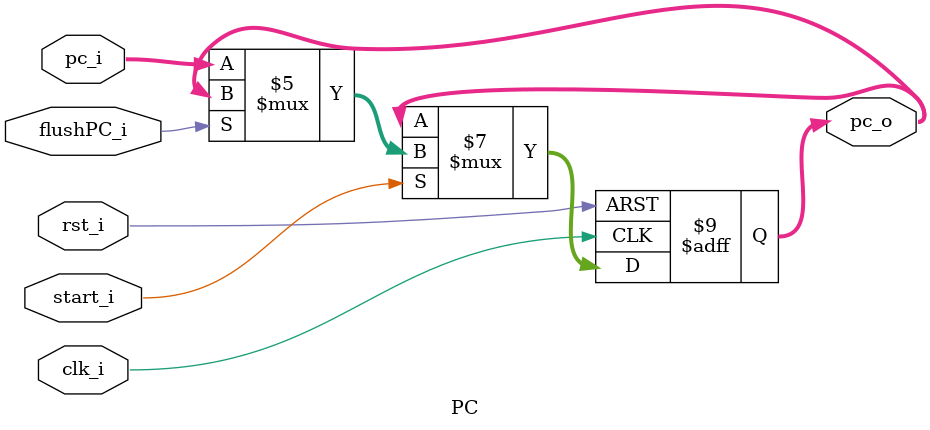
<source format=v>
module PC
(
    clk_i,
    rst_i,
    flushPC_i,
    start_i,
    pc_i,
    pc_o
);

// Ports
input               clk_i;
input               rst_i;
input               start_i;
input               flushPC_i;
input   [31:0]      pc_i;
output  [31:0]      pc_o;

// Wires & Registers
reg     [31:0]      pc_o;


always@(posedge clk_i or negedge rst_i) begin
    if(~rst_i) begin
        pc_o <= 32'b0;
    end
    else begin
      if(start_i) begin
        if (flushPC_i)
          pc_o <= pc_o;
        else
          pc_o <= pc_i;
      end
      else begin
        pc_o <= pc_o;
      end
    end
end

endmodule

</source>
